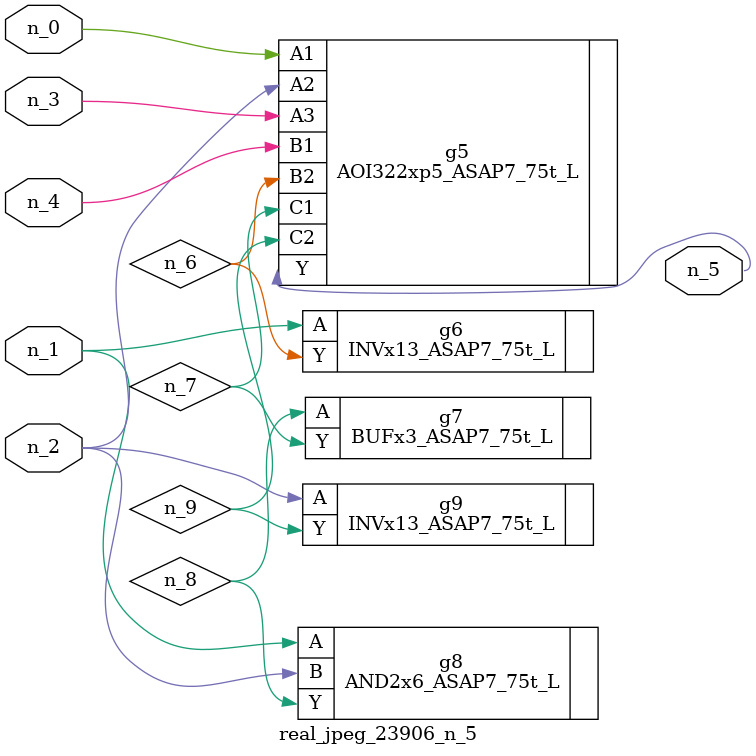
<source format=v>
module real_jpeg_23906_n_5 (n_4, n_0, n_1, n_2, n_3, n_5);

input n_4;
input n_0;
input n_1;
input n_2;
input n_3;

output n_5;

wire n_8;
wire n_6;
wire n_7;
wire n_9;

AOI322xp5_ASAP7_75t_L g5 ( 
.A1(n_0),
.A2(n_2),
.A3(n_3),
.B1(n_4),
.B2(n_6),
.C1(n_7),
.C2(n_9),
.Y(n_5)
);

INVx13_ASAP7_75t_L g6 ( 
.A(n_1),
.Y(n_6)
);

AND2x6_ASAP7_75t_L g8 ( 
.A(n_1),
.B(n_2),
.Y(n_8)
);

INVx13_ASAP7_75t_L g9 ( 
.A(n_2),
.Y(n_9)
);

BUFx3_ASAP7_75t_L g7 ( 
.A(n_8),
.Y(n_7)
);


endmodule
</source>
